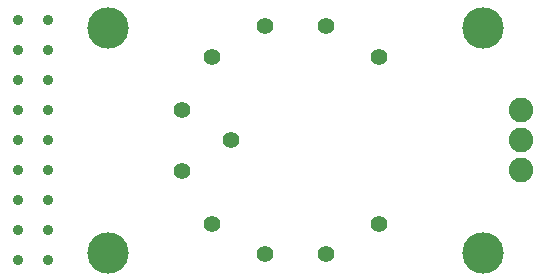
<source format=gbr>
G04 EAGLE Gerber RS-274X export*
G75*
%MOMM*%
%FSLAX34Y34*%
%LPD*%
%INSoldermask Top*%
%IPPOS*%
%AMOC8*
5,1,8,0,0,1.08239X$1,22.5*%
G01*
%ADD10C,1.400000*%
%ADD11C,3.505200*%
%ADD12C,2.082800*%
%ADD13C,0.914400*%


D10*
X337411Y197711D03*
X292582Y223593D03*
X240818Y223593D03*
X195989Y197711D03*
X211700Y127000D03*
X170107Y152882D03*
X170107Y101118D03*
X195989Y56289D03*
X240818Y30407D03*
X292582Y30407D03*
X337411Y56289D03*
D11*
X425450Y31750D03*
X425450Y222250D03*
D12*
X457200Y101600D03*
X457200Y127000D03*
X457200Y152400D03*
D13*
X31750Y25400D03*
X31750Y25400D03*
X57150Y25400D03*
X31750Y50800D03*
X31750Y50800D03*
X57150Y50800D03*
X57150Y76200D03*
X57150Y76200D03*
X31750Y76200D03*
X57150Y101600D03*
X57150Y101600D03*
X31750Y101600D03*
X57150Y127000D03*
X57150Y127000D03*
X31750Y127000D03*
X57150Y152400D03*
X57150Y152400D03*
X31750Y152400D03*
X31750Y177800D03*
X31750Y177800D03*
X57150Y177800D03*
X31750Y203200D03*
X31750Y203200D03*
X57150Y203200D03*
X31750Y228600D03*
X31750Y228600D03*
X57150Y228600D03*
D11*
X107950Y222250D03*
X107950Y31750D03*
M02*

</source>
